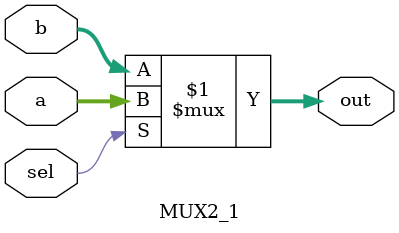
<source format=v>
module MUX2_1(input[7:0]a,b,
              input sel,
              output[7:0]out);
       
  assign out = sel?a:b;      
 
endmodule

</source>
